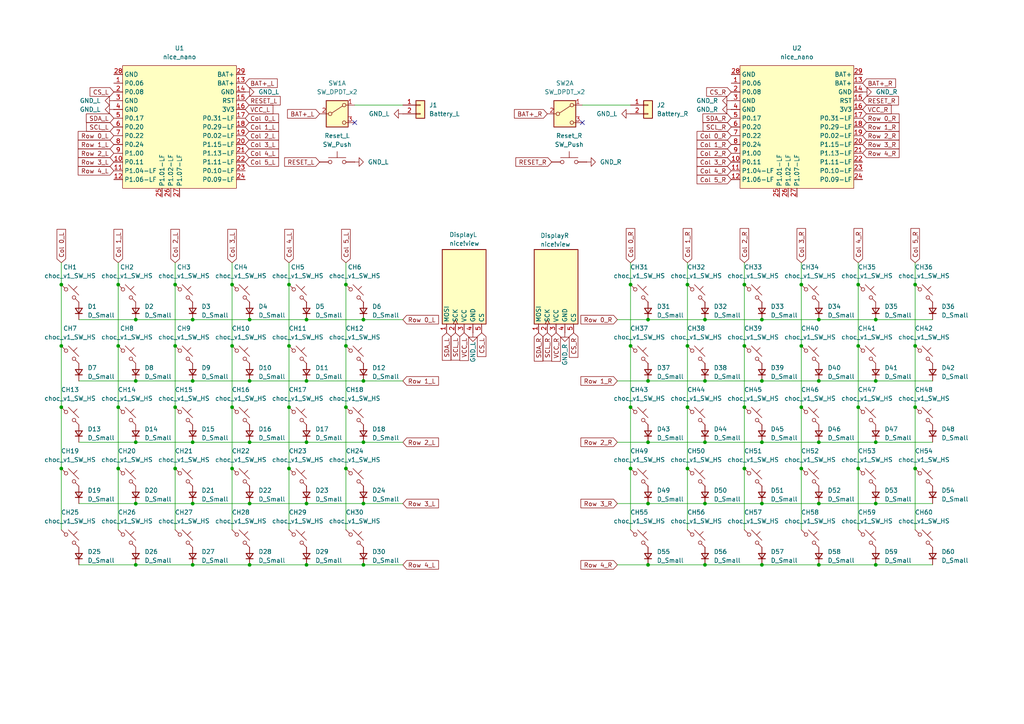
<source format=kicad_sch>
(kicad_sch (version 20231120) (generator "eeschema") (generator_version "8.0")
  (paper "A4")
  (junction (at 215.9 82.55))
  (junction (at 248.92 82.55))
  (junction (at 237.49 146.05))
  (junction (at 34.29 118.11))
  (junction (at 100.33 82.55))
  (junction (at 55.88 128.27))
  (junction (at 237.49 163.83))
  (junction (at 265.43 118.11))
  (junction (at 17.78 100.33))
  (junction (at 88.9 110.49))
  (junction (at 204.47 146.05))
  (junction (at 182.88 100.33))
  (junction (at 100.33 100.33))
  (junction (at 220.98 163.83))
  (junction (at 72.39 92.71))
  (junction (at 55.88 146.05))
  (junction (at 220.98 128.27))
  (junction (at 254 92.71))
  (junction (at 215.9 100.33))
  (junction (at 50.8 118.11))
  (junction (at 34.29 82.55))
  (junction (at 182.88 135.89))
  (junction (at 220.98 146.05))
  (junction (at 17.78 82.55))
  (junction (at 254 128.27))
  (junction (at 83.82 100.33))
  (junction (at 248.92 100.33))
  (junction (at 83.82 118.11))
  (junction (at 67.31 135.89))
  (junction (at 34.29 135.89))
  (junction (at 199.39 100.33))
  (junction (at 83.82 82.55))
  (junction (at 248.92 135.89))
  (junction (at 39.37 110.49))
  (junction (at 100.33 118.11))
  (junction (at 187.96 128.27))
  (junction (at 34.29 100.33))
  (junction (at 215.9 118.11))
  (junction (at 88.9 163.83))
  (junction (at 39.37 163.83))
  (junction (at 72.39 128.27))
  (junction (at 67.31 100.33))
  (junction (at 204.47 163.83))
  (junction (at 204.47 92.71))
  (junction (at 254 163.83))
  (junction (at 220.98 92.71))
  (junction (at 72.39 110.49))
  (junction (at 199.39 82.55))
  (junction (at 187.96 92.71))
  (junction (at 187.96 163.83))
  (junction (at 88.9 92.71))
  (junction (at 17.78 135.89))
  (junction (at 237.49 128.27))
  (junction (at 254 110.49))
  (junction (at 105.41 146.05))
  (junction (at 105.41 163.83))
  (junction (at 39.37 92.71))
  (junction (at 248.92 118.11))
  (junction (at 182.88 82.55))
  (junction (at 265.43 100.33))
  (junction (at 39.37 146.05))
  (junction (at 254 146.05))
  (junction (at 204.47 128.27))
  (junction (at 199.39 135.89))
  (junction (at 237.49 92.71))
  (junction (at 187.96 146.05))
  (junction (at 265.43 82.55))
  (junction (at 199.39 118.11))
  (junction (at 204.47 110.49))
  (junction (at 232.41 100.33))
  (junction (at 50.8 100.33))
  (junction (at 232.41 82.55))
  (junction (at 55.88 110.49))
  (junction (at 187.96 110.49))
  (junction (at 232.41 118.11))
  (junction (at 232.41 135.89))
  (junction (at 55.88 92.71))
  (junction (at 88.9 146.05))
  (junction (at 50.8 82.55))
  (junction (at 72.39 163.83))
  (junction (at 265.43 135.89))
  (junction (at 55.88 163.83))
  (junction (at 105.41 110.49))
  (junction (at 220.98 110.49))
  (junction (at 237.49 110.49))
  (junction (at 100.33 135.89))
  (junction (at 72.39 146.05))
  (junction (at 39.37 128.27))
  (junction (at 83.82 135.89))
  (junction (at 88.9 128.27))
  (junction (at 67.31 82.55))
  (junction (at 50.8 135.89))
  (junction (at 182.88 118.11))
  (junction (at 105.41 128.27))
  (junction (at 17.78 118.11))
  (junction (at 67.31 118.11))
  (junction (at 215.9 135.89))
  (junction (at 105.41 92.71))
  (no_connect (at 102.87 35.56))
  (no_connect (at 168.91 35.56))
  (wire (pts (xy 83.82 100.33) (xy 83.82 118.11)))
  (wire (pts (xy 204.47 163.83) (xy 220.98 163.83)))
  (wire (pts (xy 182.88 135.89) (xy 182.88 153.67)))
  (wire (pts (xy 17.78 135.89) (xy 17.78 153.67)))
  (wire (pts (xy 34.29 76.2) (xy 34.29 82.55)))
  (wire (pts (xy 215.9 118.11) (xy 215.9 135.89)))
  (wire (pts (xy 83.82 76.2) (xy 83.82 82.55)))
  (wire (pts (xy 22.86 92.71) (xy 39.37 92.71)))
  (wire (pts (xy 248.92 100.33) (xy 248.92 118.11)))
  (wire (pts (xy 215.9 100.33) (xy 215.9 118.11)))
  (wire (pts (xy 39.37 110.49) (xy 55.88 110.49)))
  (wire (pts (xy 100.33 100.33) (xy 100.33 118.11)))
  (wire (pts (xy 182.88 76.2) (xy 182.88 82.55)))
  (wire (pts (xy 100.33 76.2) (xy 100.33 82.55)))
  (wire (pts (xy 17.78 100.33) (xy 17.78 118.11)))
  (wire (pts (xy 248.92 118.11) (xy 248.92 135.89)))
  (wire (pts (xy 88.9 110.49) (xy 105.41 110.49)))
  (wire (pts (xy 83.82 118.11) (xy 83.82 135.89)))
  (wire (pts (xy 50.8 135.89) (xy 50.8 153.67)))
  (wire (pts (xy 179.07 128.27) (xy 187.96 128.27)))
  (wire (pts (xy 254 128.27) (xy 270.51 128.27)))
  (wire (pts (xy 237.49 110.49) (xy 254 110.49)))
  (wire (pts (xy 232.41 76.2) (xy 232.41 82.55)))
  (wire (pts (xy 88.9 128.27) (xy 105.41 128.27)))
  (wire (pts (xy 67.31 82.55) (xy 67.31 100.33)))
  (wire (pts (xy 220.98 92.71) (xy 237.49 92.71)))
  (wire (pts (xy 232.41 100.33) (xy 232.41 118.11)))
  (wire (pts (xy 179.07 146.05) (xy 187.96 146.05)))
  (wire (pts (xy 215.9 135.89) (xy 215.9 153.67)))
  (wire (pts (xy 237.49 128.27) (xy 254 128.27)))
  (wire (pts (xy 100.33 118.11) (xy 100.33 135.89)))
  (wire (pts (xy 237.49 163.83) (xy 254 163.83)))
  (wire (pts (xy 34.29 118.11) (xy 34.29 135.89)))
  (wire (pts (xy 254 110.49) (xy 270.51 110.49)))
  (wire (pts (xy 220.98 146.05) (xy 237.49 146.05)))
  (wire (pts (xy 220.98 128.27) (xy 237.49 128.27)))
  (wire (pts (xy 34.29 135.89) (xy 34.29 153.67)))
  (wire (pts (xy 102.87 30.48) (xy 116.84 30.48)))
  (wire (pts (xy 83.82 135.89) (xy 83.82 153.67)))
  (wire (pts (xy 72.39 92.71) (xy 88.9 92.71)))
  (wire (pts (xy 220.98 110.49) (xy 237.49 110.49)))
  (wire (pts (xy 187.96 110.49) (xy 204.47 110.49)))
  (wire (pts (xy 105.41 128.27) (xy 116.84 128.27)))
  (wire (pts (xy 179.07 110.49) (xy 187.96 110.49)))
  (wire (pts (xy 88.9 146.05) (xy 105.41 146.05)))
  (wire (pts (xy 265.43 76.2) (xy 265.43 82.55)))
  (wire (pts (xy 100.33 135.89) (xy 100.33 153.67)))
  (wire (pts (xy 248.92 82.55) (xy 248.92 100.33)))
  (wire (pts (xy 254 92.71) (xy 270.51 92.71)))
  (wire (pts (xy 50.8 76.2) (xy 50.8 82.55)))
  (wire (pts (xy 88.9 163.83) (xy 105.41 163.83)))
  (wire (pts (xy 55.88 92.71) (xy 72.39 92.71)))
  (wire (pts (xy 182.88 100.33) (xy 182.88 118.11)))
  (wire (pts (xy 220.98 163.83) (xy 237.49 163.83)))
  (wire (pts (xy 72.39 128.27) (xy 88.9 128.27)))
  (wire (pts (xy 39.37 92.71) (xy 55.88 92.71)))
  (wire (pts (xy 50.8 100.33) (xy 50.8 118.11)))
  (wire (pts (xy 215.9 82.55) (xy 215.9 100.33)))
  (wire (pts (xy 187.96 128.27) (xy 204.47 128.27)))
  (wire (pts (xy 168.91 30.48) (xy 182.88 30.48)))
  (wire (pts (xy 22.86 163.83) (xy 39.37 163.83)))
  (wire (pts (xy 72.39 110.49) (xy 88.9 110.49)))
  (wire (pts (xy 254 163.83) (xy 270.51 163.83)))
  (wire (pts (xy 22.86 128.27) (xy 39.37 128.27)))
  (wire (pts (xy 248.92 135.89) (xy 248.92 153.67)))
  (wire (pts (xy 105.41 146.05) (xy 116.84 146.05)))
  (wire (pts (xy 50.8 82.55) (xy 50.8 100.33)))
  (wire (pts (xy 55.88 163.83) (xy 72.39 163.83)))
  (wire (pts (xy 199.39 135.89) (xy 199.39 153.67)))
  (wire (pts (xy 67.31 76.2) (xy 67.31 82.55)))
  (wire (pts (xy 265.43 82.55) (xy 265.43 100.33)))
  (wire (pts (xy 187.96 92.71) (xy 204.47 92.71)))
  (wire (pts (xy 55.88 146.05) (xy 72.39 146.05)))
  (wire (pts (xy 199.39 82.55) (xy 199.39 100.33)))
  (wire (pts (xy 105.41 110.49) (xy 116.84 110.49)))
  (wire (pts (xy 17.78 76.2) (xy 17.78 82.55)))
  (wire (pts (xy 34.29 82.55) (xy 34.29 100.33)))
  (wire (pts (xy 237.49 146.05) (xy 254 146.05)))
  (wire (pts (xy 199.39 118.11) (xy 199.39 135.89)))
  (wire (pts (xy 182.88 82.55) (xy 182.88 100.33)))
  (wire (pts (xy 265.43 135.89) (xy 265.43 153.67)))
  (wire (pts (xy 204.47 146.05) (xy 220.98 146.05)))
  (wire (pts (xy 88.9 92.71) (xy 105.41 92.71)))
  (wire (pts (xy 34.29 100.33) (xy 34.29 118.11)))
  (wire (pts (xy 72.39 163.83) (xy 88.9 163.83)))
  (wire (pts (xy 72.39 146.05) (xy 88.9 146.05)))
  (wire (pts (xy 39.37 146.05) (xy 55.88 146.05)))
  (wire (pts (xy 22.86 110.49) (xy 39.37 110.49)))
  (wire (pts (xy 39.37 128.27) (xy 55.88 128.27)))
  (wire (pts (xy 265.43 100.33) (xy 265.43 118.11)))
  (wire (pts (xy 67.31 118.11) (xy 67.31 135.89)))
  (wire (pts (xy 22.86 146.05) (xy 39.37 146.05)))
  (wire (pts (xy 67.31 135.89) (xy 67.31 153.67)))
  (wire (pts (xy 237.49 92.71) (xy 254 92.71)))
  (wire (pts (xy 204.47 110.49) (xy 220.98 110.49)))
  (wire (pts (xy 248.92 76.2) (xy 248.92 82.55)))
  (wire (pts (xy 187.96 146.05) (xy 204.47 146.05)))
  (wire (pts (xy 199.39 100.33) (xy 199.39 118.11)))
  (wire (pts (xy 105.41 92.71) (xy 116.84 92.71)))
  (wire (pts (xy 232.41 82.55) (xy 232.41 100.33)))
  (wire (pts (xy 179.07 163.83) (xy 187.96 163.83)))
  (wire (pts (xy 67.31 100.33) (xy 67.31 118.11)))
  (wire (pts (xy 182.88 118.11) (xy 182.88 135.89)))
  (wire (pts (xy 265.43 118.11) (xy 265.43 135.89)))
  (wire (pts (xy 17.78 82.55) (xy 17.78 100.33)))
  (wire (pts (xy 187.96 163.83) (xy 204.47 163.83)))
  (wire (pts (xy 39.37 163.83) (xy 55.88 163.83)))
  (wire (pts (xy 50.8 118.11) (xy 50.8 135.89)))
  (wire (pts (xy 215.9 76.2) (xy 215.9 82.55)))
  (wire (pts (xy 17.78 118.11) (xy 17.78 135.89)))
  (wire (pts (xy 232.41 135.89) (xy 232.41 153.67)))
  (wire (pts (xy 199.39 76.2) (xy 199.39 82.55)))
  (wire (pts (xy 105.41 163.83) (xy 116.84 163.83)))
  (wire (pts (xy 100.33 82.55) (xy 100.33 100.33)))
  (wire (pts (xy 204.47 128.27) (xy 220.98 128.27)))
  (wire (pts (xy 179.07 92.71) (xy 187.96 92.71)))
  (wire (pts (xy 83.82 82.55) (xy 83.82 100.33)))
  (wire (pts (xy 55.88 128.27) (xy 72.39 128.27)))
  (wire (pts (xy 254 146.05) (xy 270.51 146.05)))
  (wire (pts (xy 232.41 118.11) (xy 232.41 135.89)))
  (wire (pts (xy 204.47 92.71) (xy 220.98 92.71)))
  (wire (pts (xy 55.88 110.49) (xy 72.39 110.49)))
  (global_label "Col 3_L" (shape input) (at 71.12 41.91 0) (property "Intersheetrefs" "${INTERSHEET_REFS}" (effects (hide yes))))
  (global_label "Row 2_R" (shape input) (at 179.07 128.27 180) (property "Intersheetrefs" "${INTERSHEET_REFS}" (effects (hide yes))))
  (global_label "Row 3_L" (shape input) (at 33.02 46.99 180) (property "Intersheetrefs" "${INTERSHEET_REFS}" (effects (hide yes))))
  (global_label "Col 0_R" (shape input) (at 212.09 39.37 180) (property "Intersheetrefs" "${INTERSHEET_REFS}" (effects (hide yes))))
  (global_label "Col 1_R" (shape input) (at 199.39 76.2 90) (property "Intersheetrefs" "${INTERSHEET_REFS}" (effects (hide yes))))
  (global_label "CS_L" (shape input) (at 33.02 26.67 180) (property "Intersheetrefs" "${INTERSHEET_REFS}" (effects (hide yes))))
  (global_label "Row 0_L" (shape input) (at 33.02 39.37 180) (property "Intersheetrefs" "${INTERSHEET_REFS}" (effects (hide yes))))
  (global_label "Col 5_L" (shape input) (at 71.12 46.99 0) (property "Intersheetrefs" "${INTERSHEET_REFS}" (effects (hide yes))))
  (global_label "Row 1_R" (shape input) (at 250.19 36.83 0) (property "Intersheetrefs" "${INTERSHEET_REFS}" (effects (hide yes))))
  (global_label "BAT+_L" (shape input) (at 71.12 24.13 0) (property "Intersheetrefs" "${INTERSHEET_REFS}" (effects (hide yes))))
  (global_label "Col 4_R" (shape input) (at 248.92 76.2 90) (property "Intersheetrefs" "${INTERSHEET_REFS}" (effects (hide yes))))
  (global_label "Row 4_L" (shape input) (at 116.84 163.83 0) (property "Intersheetrefs" "${INTERSHEET_REFS}" (effects (hide yes))))
  (global_label "Col 5_R" (shape input) (at 212.09 52.07 180) (property "Intersheetrefs" "${INTERSHEET_REFS}" (effects (hide yes))))
  (global_label "Col 3_R" (shape input) (at 212.09 46.99 180) (property "Intersheetrefs" "${INTERSHEET_REFS}" (effects (hide yes))))
  (global_label "Col 0_L" (shape input) (at 17.78 76.2 90) (property "Intersheetrefs" "${INTERSHEET_REFS}" (effects (hide yes))))
  (global_label "Row 2_L" (shape input) (at 116.84 128.27 0) (property "Intersheetrefs" "${INTERSHEET_REFS}" (effects (hide yes))))
  (global_label "Col 1_R" (shape input) (at 212.09 41.91 180) (property "Intersheetrefs" "${INTERSHEET_REFS}" (effects (hide yes))))
  (global_label "CS_L" (shape input) (at 139.7 96.52 270) (property "Intersheetrefs" "${INTERSHEET_REFS}" (effects (hide yes))))
  (global_label "Col 2_L" (shape input) (at 50.8 76.2 90) (property "Intersheetrefs" "${INTERSHEET_REFS}" (effects (hide yes))))
  (global_label "SCL_R" (shape input) (at 158.75 96.52 270) (property "Intersheetrefs" "${INTERSHEET_REFS}" (effects (hide yes))))
  (global_label "CS_R" (shape input) (at 212.09 26.67 180) (property "Intersheetrefs" "${INTERSHEET_REFS}" (effects (hide yes))))
  (global_label "Col 5_L" (shape input) (at 100.33 76.2 90) (property "Intersheetrefs" "${INTERSHEET_REFS}" (effects (hide yes))))
  (global_label "Row 1_L" (shape input) (at 116.84 110.49 0) (property "Intersheetrefs" "${INTERSHEET_REFS}" (effects (hide yes))))
  (global_label "SDA_R" (shape input) (at 212.09 34.29 180) (property "Intersheetrefs" "${INTERSHEET_REFS}" (effects (hide yes))))
  (global_label "Col 0_R" (shape input) (at 182.88 76.2 90) (property "Intersheetrefs" "${INTERSHEET_REFS}" (effects (hide yes))))
  (global_label "Col 3_L" (shape input) (at 67.31 76.2 90) (property "Intersheetrefs" "${INTERSHEET_REFS}" (effects (hide yes))))
  (global_label "Col 4_L" (shape input) (at 83.82 76.2 90) (property "Intersheetrefs" "${INTERSHEET_REFS}" (effects (hide yes))))
  (global_label "Col 4_R" (shape input) (at 212.09 49.53 180) (property "Intersheetrefs" "${INTERSHEET_REFS}" (effects (hide yes))))
  (global_label "Row 1_L" (shape input) (at 33.02 41.91 180) (property "Intersheetrefs" "${INTERSHEET_REFS}" (effects (hide yes))))
  (global_label "CS_R" (shape input) (at 166.37 96.52 270) (property "Intersheetrefs" "${INTERSHEET_REFS}" (effects (hide yes))))
  (global_label "Row 1_R" (shape input) (at 179.07 110.49 180) (property "Intersheetrefs" "${INTERSHEET_REFS}" (effects (hide yes))))
  (global_label "SCL_R" (shape input) (at 212.09 36.83 180) (property "Intersheetrefs" "${INTERSHEET_REFS}" (effects (hide yes))))
  (global_label "VCC_L" (shape input) (at 71.12 31.75 0) (property "Intersheetrefs" "${INTERSHEET_REFS}" (effects (hide yes))))
  (global_label "Col 2_R" (shape input) (at 212.09 44.45 180) (property "Intersheetrefs" "${INTERSHEET_REFS}" (effects (hide yes))))
  (global_label "RESET_L" (shape input) (at 92.71 46.99 180) (property "Intersheetrefs" "${INTERSHEET_REFS}" (effects (hide yes))))
  (global_label "Row 4_R" (shape input) (at 179.07 163.83 180) (property "Intersheetrefs" "${INTERSHEET_REFS}" (effects (hide yes))))
  (global_label "VCC_R" (shape input) (at 250.19 31.75 0) (property "Intersheetrefs" "${INTERSHEET_REFS}" (effects (hide yes))))
  (global_label "Row 3_R" (shape input) (at 250.19 41.91 0) (property "Intersheetrefs" "${INTERSHEET_REFS}" (effects (hide yes))))
  (global_label "BAT+_L" (shape input) (at 92.71 33.02 180) (property "Intersheetrefs" "${INTERSHEET_REFS}" (effects (hide yes))))
  (global_label "Col 0_L" (shape input) (at 71.12 34.29 0) (property "Intersheetrefs" "${INTERSHEET_REFS}" (effects (hide yes))))
  (global_label "Row 0_R" (shape input) (at 250.19 34.29 0) (property "Intersheetrefs" "${INTERSHEET_REFS}" (effects (hide yes))))
  (global_label "SCL_L" (shape input) (at 132.08 96.52 270) (property "Intersheetrefs" "${INTERSHEET_REFS}" (effects (hide yes))))
  (global_label "SDA_L" (shape input) (at 33.02 34.29 180) (property "Intersheetrefs" "${INTERSHEET_REFS}" (effects (hide yes))))
  (global_label "VCC_R" (shape input) (at 161.29 96.52 270) (property "Intersheetrefs" "${INTERSHEET_REFS}" (effects (hide yes))))
  (global_label "Col 5_R" (shape input) (at 265.43 76.2 90) (property "Intersheetrefs" "${INTERSHEET_REFS}" (effects (hide yes))))
  (global_label "Col 2_L" (shape input) (at 71.12 39.37 0) (property "Intersheetrefs" "${INTERSHEET_REFS}" (effects (hide yes))))
  (global_label "RESET_R" (shape input) (at 160.02 46.99 180) (property "Intersheetrefs" "${INTERSHEET_REFS}" (effects (hide yes))))
  (global_label "Row 3_R" (shape input) (at 179.07 146.05 180) (property "Intersheetrefs" "${INTERSHEET_REFS}" (effects (hide yes))))
  (global_label "Row 0_L" (shape input) (at 116.84 92.71 0) (property "Intersheetrefs" "${INTERSHEET_REFS}" (effects (hide yes))))
  (global_label "SDA_L" (shape input) (at 129.54 96.52 270) (property "Intersheetrefs" "${INTERSHEET_REFS}" (effects (hide yes))))
  (global_label "SDA_R" (shape input) (at 156.21 96.52 270) (property "Intersheetrefs" "${INTERSHEET_REFS}" (effects (hide yes))))
  (global_label "Row 3_L" (shape input) (at 116.84 146.05 0) (property "Intersheetrefs" "${INTERSHEET_REFS}" (effects (hide yes))))
  (global_label "Row 4_L" (shape input) (at 33.02 49.53 180) (property "Intersheetrefs" "${INTERSHEET_REFS}" (effects (hide yes))))
  (global_label "VCC_L" (shape input) (at 134.62 96.52 270) (property "Intersheetrefs" "${INTERSHEET_REFS}" (effects (hide yes))))
  (global_label "SCL_L" (shape input) (at 33.02 36.83 180) (property "Intersheetrefs" "${INTERSHEET_REFS}" (effects (hide yes))))
  (global_label "BAT+_R" (shape input) (at 158.75 33.02 180) (property "Intersheetrefs" "${INTERSHEET_REFS}" (effects (hide yes))))
  (global_label "Col 2_R" (shape input) (at 215.9 76.2 90) (property "Intersheetrefs" "${INTERSHEET_REFS}" (effects (hide yes))))
  (global_label "Row 0_R" (shape input) (at 179.07 92.71 180) (property "Intersheetrefs" "${INTERSHEET_REFS}" (effects (hide yes))))
  (global_label "Col 1_L" (shape input) (at 71.12 36.83 0) (property "Intersheetrefs" "${INTERSHEET_REFS}" (effects (hide yes))))
  (global_label "Row 2_L" (shape input) (at 33.02 44.45 180) (property "Intersheetrefs" "${INTERSHEET_REFS}" (effects (hide yes))))
  (global_label "BAT+_R" (shape input) (at 250.19 24.13 0) (property "Intersheetrefs" "${INTERSHEET_REFS}" (effects (hide yes))))
  (global_label "Row 4_R" (shape input) (at 250.19 44.45 0) (property "Intersheetrefs" "${INTERSHEET_REFS}" (effects (hide yes))))
  (global_label "Col 1_L" (shape input) (at 34.29 76.2 90) (property "Intersheetrefs" "${INTERSHEET_REFS}" (effects (hide yes))))
  (global_label "RESET_L" (shape input) (at 71.12 29.21 0) (property "Intersheetrefs" "${INTERSHEET_REFS}" (effects (hide yes))))
  (global_label "Col 3_R" (shape input) (at 232.41 76.2 90) (property "Intersheetrefs" "${INTERSHEET_REFS}" (effects (hide yes))))
  (global_label "RESET_R" (shape input) (at 250.19 29.21 0) (property "Intersheetrefs" "${INTERSHEET_REFS}" (effects (hide yes))))
  (global_label "Col 4_L" (shape input) (at 71.12 44.45 0) (property "Intersheetrefs" "${INTERSHEET_REFS}" (effects (hide yes))))
  (global_label "Row 2_R" (shape input) (at 250.19 39.37 0) (property "Intersheetrefs" "${INTERSHEET_REFS}" (effects (hide yes))))
  (symbol (lib_id "Device:D_Small") (at 105.41 90.17 90) (unit 1)
    (property "Reference" "D6" (at 107.95 88.8999 90) (effects (justify right)))
    (property "Value" "D_Small" (at 107.95 91.4399 90) (effects (justify right)))
    (property "Description" "Diode, small symbol" (effects (hide yes)))
    (property "Sim.Device" "D" (effects (hide yes)))
    (property "Sim.Pins" "1=K 2=A" (effects (hide yes)))
  )
  (symbol (lib_id "Device:D_Small") (at 220.98 125.73 90) (unit 1)
    (property "Reference" "D45" (at 223.52 124.4599 90) (effects (justify right)))
    (property "Value" "D_Small" (at 223.52 126.9999 90) (effects (justify right)))
    (property "Description" "Diode, small symbol" (effects (hide yes)))
    (property "Sim.Device" "D" (effects (hide yes)))
    (property "Sim.Pins" "1=K 2=A" (effects (hide yes)))
  )
  (symbol (lib_id "PCM_marbastlib-choc:choc_v1_SW_HS_CPG135001S30") (at 102.87 102.87 0) (unit 1)
    (property "Reference" "CH12" (at 102.87 95.25 0))
    (property "Value" "choc_v1_SW_HS" (at 102.87 97.79 0))
    (property "Footprint" "PCM_marbastlib-choc:SW_choc_v1_HS_CPG135001S30_1u" (effects (hide yes)))
    (property "Description" "Push button switch, normally open, two pins, 45° tilted" (effects (hide yes)))
  )
  (symbol (lib_id "Device:D_Small") (at 187.96 125.73 90) (unit 1)
    (property "Reference" "D43" (at 190.5 124.4599 90) (effects (justify right)))
    (property "Value" "D_Small" (at 190.5 126.9999 90) (effects (justify right)))
    (property "Description" "Diode, small symbol" (effects (hide yes)))
    (property "Sim.Device" "D" (effects (hide yes)))
    (property "Sim.Pins" "1=K 2=A" (effects (hide yes)))
  )
  (symbol (lib_id "Device:D_Small") (at 88.9 125.73 90) (unit 1)
    (property "Reference" "D17" (at 91.44 124.4599 90) (effects (justify right)))
    (property "Value" "D_Small" (at 91.44 126.9999 90) (effects (justify right)))
    (property "Description" "Diode, small symbol" (effects (hide yes)))
    (property "Sim.Device" "D" (effects (hide yes)))
    (property "Sim.Pins" "1=K 2=A" (effects (hide yes)))
  )
  (symbol (lib_id "PCM_marbastlib-choc:choc_v1_SW_HS_CPG135001S30") (at 218.44 156.21 0) (unit 1)
    (property "Reference" "CH57" (at 218.44 148.59 0))
    (property "Value" "choc_v1_SW_HS" (at 218.44 151.13 0))
    (property "Footprint" "PCM_marbastlib-choc:SW_choc_v1_HS_CPG135001S30_1u" (effects (hide yes)))
    (property "Description" "Push button switch, normally open, two pins, 45° tilted" (effects (hide yes)))
  )
  (symbol (lib_id "PCM_marbastlib-choc:choc_v1_SW_HS_CPG135001S30") (at 36.83 138.43 0) (unit 1)
    (property "Reference" "CH20" (at 36.83 130.81 0))
    (property "Value" "choc_v1_SW_HS" (at 36.83 133.35 0))
    (property "Footprint" "PCM_marbastlib-choc:SW_choc_v1_HS_CPG135001S30_1u" (effects (hide yes)))
    (property "Description" "Push button switch, normally open, two pins, 45° tilted" (effects (hide yes)))
  )
  (symbol (lib_id "PCM_marbastlib-choc:choc_v1_SW_HS_CPG135001S30") (at 201.93 85.09 0) (unit 1)
    (property "Reference" "CH32" (at 201.93 77.47 0))
    (property "Value" "choc_v1_SW_HS" (at 201.93 80.01 0))
    (property "Footprint" "PCM_marbastlib-choc:SW_choc_v1_HS_CPG135001S30_1u" (effects (hide yes)))
    (property "Description" "Push button switch, normally open, two pins, 45° tilted" (effects (hide yes)))
  )
  (symbol (lib_id "Device:D_Small") (at 187.96 143.51 90) (unit 1)
    (property "Reference" "D49" (at 190.5 142.2399 90) (effects (justify right)))
    (property "Value" "D_Small" (at 190.5 144.7799 90) (effects (justify right)))
    (property "Description" "Diode, small symbol" (effects (hide yes)))
    (property "Sim.Device" "D" (effects (hide yes)))
    (property "Sim.Pins" "1=K 2=A" (effects (hide yes)))
  )
  (symbol (lib_id "Device:D_Small") (at 22.86 107.95 90) (unit 1)
    (property "Reference" "D7" (at 25.4 106.6799 90) (effects (justify right)))
    (property "Value" "D_Small" (at 25.4 109.2199 90) (effects (justify right)))
    (property "Description" "Diode, small symbol" (effects (hide yes)))
    (property "Sim.Device" "D" (effects (hide yes)))
    (property "Sim.Pins" "1=K 2=A" (effects (hide yes)))
  )
  (symbol (lib_id "Device:D_Small") (at 39.37 125.73 90) (unit 1)
    (property "Reference" "D14" (at 41.91 124.4599 90) (effects (justify right)))
    (property "Value" "D_Small" (at 41.91 126.9999 90) (effects (justify right)))
    (property "Description" "Diode, small symbol" (effects (hide yes)))
    (property "Sim.Device" "D" (effects (hide yes)))
    (property "Sim.Pins" "1=K 2=A" (effects (hide yes)))
  )
  (symbol (lib_id "PCM_marbastlib-choc:choc_v1_SW_HS_CPG135001S30") (at 69.85 85.09 0) (unit 1)
    (property "Reference" "CH4" (at 69.85 77.47 0))
    (property "Value" "choc_v1_SW_HS" (at 69.85 80.01 0))
    (property "Footprint" "PCM_marbastlib-choc:SW_choc_v1_HS_CPG135001S30_1u" (effects (hide yes)))
    (property "Description" "Push button switch, normally open, two pins, 45° tilted" (effects (hide yes)))
  )
  (symbol (lib_id "nice_view:nice!view") (at 161.29 83.82 0) (unit 1)
    (property "Reference" "DisplayR" (at 156.718 68.326 0) (effects (justify left)))
    (property "Value" "nice!view" (at 156.718 70.866 0) (effects (justify left)))
    (property "Footprint" "nice_view:nice_view" (effects (hide yes)))
    (property "Datasheet" "https://nicekeyboards.com/docs/nice-view/pinout-schematic" (effects (hide yes)))
    (property "Description" "Sharp LS011B7DH03 Memory in Pixel 160x68" (effects (hide yes)))
  )
  (symbol (lib_id "Device:D_Small") (at 105.41 161.29 90) (unit 1)
    (property "Reference" "D30" (at 107.95 160.0199 90) (effects (justify right)))
    (property "Value" "D_Small" (at 107.95 162.5599 90) (effects (justify right)))
    (property "Description" "Diode, small symbol" (effects (hide yes)))
    (property "Sim.Device" "D" (effects (hide yes)))
    (property "Sim.Pins" "1=K 2=A" (effects (hide yes)))
  )
  (symbol (lib_id "PCM_marbastlib-choc:choc_v1_SW_HS_CPG135001S30") (at 267.97 102.87 0) (unit 1)
    (property "Reference" "CH42" (at 267.97 95.25 0))
    (property "Value" "choc_v1_SW_HS" (at 267.97 97.79 0))
    (property "Footprint" "PCM_marbastlib-choc:SW_choc_v1_HS_CPG135001S30_1u" (effects (hide yes)))
    (property "Description" "Push button switch, normally open, two pins, 45° tilted" (effects (hide yes)))
  )
  (symbol (lib_id "PCM_marbastlib-choc:choc_v1_SW_HS_CPG135001S30") (at 267.97 120.65 0) (unit 1)
    (property "Reference" "CH48" (at 267.97 113.03 0))
    (property "Value" "choc_v1_SW_HS" (at 267.97 115.57 0))
    (property "Footprint" "PCM_marbastlib-choc:SW_choc_v1_HS_CPG135001S30_1u" (effects (hide yes)))
    (property "Description" "Push button switch, normally open, two pins, 45° tilted" (effects (hide yes)))
  )
  (symbol (lib_id "Device:D_Small") (at 220.98 161.29 90) (unit 1)
    (property "Reference" "D57" (at 223.52 160.0199 90) (effects (justify right)))
    (property "Value" "D_Small" (at 223.52 162.5599 90) (effects (justify right)))
    (property "Description" "Diode, small symbol" (effects (hide yes)))
    (property "Sim.Device" "D" (effects (hide yes)))
    (property "Sim.Pins" "1=K 2=A" (effects (hide yes)))
  )
  (symbol (lib_id "Device:D_Small") (at 55.88 107.95 90) (unit 1)
    (property "Reference" "D9" (at 58.42 106.6799 90) (effects (justify right)))
    (property "Value" "D_Small" (at 58.42 109.2199 90) (effects (justify right)))
    (property "Description" "Diode, small symbol" (effects (hide yes)))
    (property "Sim.Device" "D" (effects (hide yes)))
    (property "Sim.Pins" "1=K 2=A" (effects (hide yes)))
  )
  (symbol (lib_id "Device:D_Small") (at 254 125.73 90) (unit 1)
    (property "Reference" "D47" (at 256.54 124.4599 90) (effects (justify right)))
    (property "Value" "D_Small" (at 256.54 126.9999 90) (effects (justify right)))
    (property "Description" "Diode, small symbol" (effects (hide yes)))
    (property "Sim.Device" "D" (effects (hide yes)))
    (property "Sim.Pins" "1=K 2=A" (effects (hide yes)))
  )
  (symbol (lib_id "PCM_marbastlib-choc:choc_v1_SW_HS_CPG135001S30") (at 251.46 102.87 0) (unit 1)
    (property "Reference" "CH41" (at 251.46 95.25 0))
    (property "Value" "choc_v1_SW_HS" (at 251.46 97.79 0))
    (property "Footprint" "PCM_marbastlib-choc:SW_choc_v1_HS_CPG135001S30_1u" (effects (hide yes)))
    (property "Description" "Push button switch, normally open, two pins, 45° tilted" (effects (hide yes)))
  )
  (symbol (lib_id "PCM_marbastlib-choc:choc_v1_SW_HS_CPG135001S30") (at 69.85 138.43 0) (unit 1)
    (property "Reference" "CH22" (at 69.85 130.81 0))
    (property "Value" "choc_v1_SW_HS" (at 69.85 133.35 0))
    (property "Footprint" "PCM_marbastlib-choc:SW_choc_v1_HS_CPG135001S30_1u" (effects (hide yes)))
    (property "Description" "Push button switch, normally open, two pins, 45° tilted" (effects (hide yes)))
  )
  (symbol (lib_id "Device:D_Small") (at 88.9 107.95 90) (unit 1)
    (property "Reference" "D11" (at 91.44 106.6799 90) (effects (justify right)))
    (property "Value" "D_Small" (at 91.44 109.2199 90) (effects (justify right)))
    (property "Description" "Diode, small symbol" (effects (hide yes)))
    (property "Sim.Device" "D" (effects (hide yes)))
    (property "Sim.Pins" "1=K 2=A" (effects (hide yes)))
  )
  (symbol (lib_id "PCM_marbastlib-choc:choc_v1_SW_HS_CPG135001S30") (at 20.32 85.09 0) (unit 1)
    (property "Reference" "CH1" (at 20.32 77.47 0))
    (property "Value" "choc_v1_SW_HS" (at 20.32 80.01 0))
    (property "Footprint" "PCM_marbastlib-choc:SW_choc_v1_HS_CPG135001S30_1u" (effects (hide yes)))
    (property "Description" "Push button switch, normally open, two pins, 45° tilted" (effects (hide yes)))
  )
  (symbol (lib_id "PCM_marbastlib-choc:choc_v1_SW_HS_CPG135001S30") (at 234.95 102.87 0) (unit 1)
    (property "Reference" "CH40" (at 234.95 95.25 0))
    (property "Value" "choc_v1_SW_HS" (at 234.95 97.79 0))
    (property "Footprint" "PCM_marbastlib-choc:SW_choc_v1_HS_CPG135001S30_1u" (effects (hide yes)))
    (property "Description" "Push button switch, normally open, two pins, 45° tilted" (effects (hide yes)))
  )
  (symbol (lib_id "power:GND") (at 116.84 33.02 270) (unit 1)
    (property "Reference" "#PWR07" (effects (hide yes)))
    (property "Value" "GND_L" (at 113.03 33.0199 90) (effects (justify right)))
    (property "Description" "Power symbol creates a global label with name \"GND\" , ground" (effects (hide yes)))
  )
  (symbol (lib_id "Device:D_Small") (at 39.37 143.51 90) (unit 1)
    (property "Reference" "D20" (at 41.91 142.2399 90) (effects (justify right)))
    (property "Value" "D_Small" (at 41.91 144.7799 90) (effects (justify right)))
    (property "Description" "Diode, small symbol" (effects (hide yes)))
    (property "Sim.Device" "D" (effects (hide yes)))
    (property "Sim.Pins" "1=K 2=A" (effects (hide yes)))
  )
  (symbol (lib_id "PCM_marbastlib-choc:choc_v1_SW_HS_CPG135001S30") (at 185.42 120.65 0) (unit 1)
    (property "Reference" "CH43" (at 185.42 113.03 0))
    (property "Value" "choc_v1_SW_HS" (at 185.42 115.57 0))
    (property "Footprint" "PCM_marbastlib-choc:SW_choc_v1_HS_CPG135001S30_1u" (effects (hide yes)))
    (property "Description" "Push button switch, normally open, two pins, 45° tilted" (effects (hide yes)))
  )
  (symbol (lib_id "PCM_marbastlib-choc:choc_v1_SW_HS_CPG135001S30") (at 185.42 138.43 0) (unit 1)
    (property "Reference" "CH49" (at 185.42 130.81 0))
    (property "Value" "choc_v1_SW_HS" (at 185.42 133.35 0))
    (property "Footprint" "PCM_marbastlib-choc:SW_choc_v1_HS_CPG135001S30_1u" (effects (hide yes)))
    (property "Description" "Push button switch, normally open, two pins, 45° tilted" (effects (hide yes)))
  )
  (symbol (lib_id "PCM_marbastlib-choc:choc_v1_SW_HS_CPG135001S30") (at 86.36 156.21 0) (unit 1)
    (property "Reference" "CH29" (at 86.36 148.59 0))
    (property "Value" "choc_v1_SW_HS" (at 86.36 151.13 0))
    (property "Footprint" "PCM_marbastlib-choc:SW_choc_v1_HS_CPG135001S30_1u" (effects (hide yes)))
    (property "Description" "Push button switch, normally open, two pins, 45° tilted" (effects (hide yes)))
  )
  (symbol (lib_id "Switch:SW_Push") (at 165.1 46.99 0) (unit 1)
    (property "Reference" "Reset_R" (at 165.1 39.37 0))
    (property "Value" "SW_Push" (at 165.1 41.91 0))
    (property "Description" "Push button switch, generic, two pins" (effects (hide yes)))
  )
  (symbol (lib_id "PCM_marbastlib-choc:choc_v1_SW_HS_CPG135001S30") (at 201.93 102.87 0) (unit 1)
    (property "Reference" "CH38" (at 201.93 95.25 0))
    (property "Value" "choc_v1_SW_HS" (at 201.93 97.79 0))
    (property "Footprint" "PCM_marbastlib-choc:SW_choc_v1_HS_CPG135001S30_1u" (effects (hide yes)))
    (property "Description" "Push button switch, normally open, two pins, 45° tilted" (effects (hide yes)))
  )
  (symbol (lib_id "Device:D_Small") (at 55.88 125.73 90) (unit 1)
    (property "Reference" "D15" (at 58.42 124.4599 90) (effects (justify right)))
    (property "Value" "D_Small" (at 58.42 126.9999 90) (effects (justify right)))
    (property "Description" "Diode, small symbol" (effects (hide yes)))
    (property "Sim.Device" "D" (effects (hide yes)))
    (property "Sim.Pins" "1=K 2=A" (effects (hide yes)))
  )
  (symbol (lib_id "PCM_marbastlib-choc:choc_v1_SW_HS_CPG135001S30") (at 267.97 85.09 0) (unit 1)
    (property "Reference" "CH36" (at 267.97 77.47 0))
    (property "Value" "choc_v1_SW_HS" (at 267.97 80.01 0))
    (property "Footprint" "PCM_marbastlib-choc:SW_choc_v1_HS_CPG135001S30_1u" (effects (hide yes)))
    (property "Description" "Push button switch, normally open, two pins, 45° tilted" (effects (hide yes)))
  )
  (symbol (lib_id "PCM_marbastlib-choc:choc_v1_SW_HS_CPG135001S30") (at 102.87 156.21 0) (unit 1)
    (property "Reference" "CH30" (at 102.87 148.59 0))
    (property "Value" "choc_v1_SW_HS" (at 102.87 151.13 0))
    (property "Footprint" "PCM_marbastlib-choc:SW_choc_v1_HS_CPG135001S30_1u" (effects (hide yes)))
    (property "Description" "Push button switch, normally open, two pins, 45° tilted" (effects (hide yes)))
  )
  (symbol (lib_id "PCM_marbastlib-promicroish:nice_nano") (at 231.14 38.1 0) (unit 1) (in_bom no)
    (property "Reference" "U2" (at 231.14 13.97 0))
    (property "Value" "nice_nano" (at 231.14 16.51 0))
    (property "Footprint" "PCM_marbastlib-xp-promicroish:nice_nano_AH_USBup" (effects (hide yes)))
    (property "Datasheet" "https://nicekeyboards.com/docs/nice-nano/pinout-schematic" (effects (hide yes)))
    (property "Description" "Symbol for an nicekeyboards nice!nano" (effects (hide yes)))
  )
  (symbol (lib_id "Device:D_Small") (at 254 107.95 90) (unit 1)
    (property "Reference" "D41" (at 256.54 106.6799 90) (effects (justify right)))
    (property "Value" "D_Small" (at 256.54 109.2199 90) (effects (justify right)))
    (property "Description" "Diode, small symbol" (effects (hide yes)))
    (property "Sim.Device" "D" (effects (hide yes)))
    (property "Sim.Pins" "1=K 2=A" (effects (hide yes)))
  )
  (symbol (lib_id "power:GND") (at 170.18 46.99 90) (unit 1)
    (property "Reference" "#PWR09" (effects (hide yes)))
    (property "Value" "GND_R" (at 173.99 46.9899 90) (effects (justify right)))
    (property "Description" "Power symbol creates a global label with name \"GND\" , ground" (effects (hide yes)))
  )
  (symbol (lib_id "Device:D_Small") (at 187.96 107.95 90) (unit 1)
    (property "Reference" "D37" (at 190.5 106.6799 90) (effects (justify right)))
    (property "Value" "D_Small" (at 190.5 109.2199 90) (effects (justify right)))
    (property "Description" "Diode, small symbol" (effects (hide yes)))
    (property "Sim.Device" "D" (effects (hide yes)))
    (property "Sim.Pins" "1=K 2=A" (effects (hide yes)))
  )
  (symbol (lib_id "Device:D_Small") (at 72.39 107.95 90) (unit 1)
    (property "Reference" "D10" (at 74.93 106.6799 90) (effects (justify right)))
    (property "Value" "D_Small" (at 74.93 109.2199 90) (effects (justify right)))
    (property "Description" "Diode, small symbol" (effects (hide yes)))
    (property "Sim.Device" "D" (effects (hide yes)))
    (property "Sim.Pins" "1=K 2=A" (effects (hide yes)))
  )
  (symbol (lib_id "Device:D_Small") (at 22.86 90.17 90) (unit 1)
    (property "Reference" "D1" (at 25.4 88.8999 90) (effects (justify right)))
    (property "Value" "D_Small" (at 25.4 91.4399 90) (effects (justify right)))
    (property "Description" "Diode, small symbol" (effects (hide yes)))
    (property "Sim.Device" "D" (effects (hide yes)))
    (property "Sim.Pins" "1=K 2=A" (effects (hide yes)))
  )
  (symbol (lib_id "PCM_marbastlib-choc:choc_v1_SW_HS_CPG135001S30") (at 102.87 85.09 0) (unit 1)
    (property "Reference" "CH6" (at 102.87 77.47 0))
    (property "Value" "choc_v1_SW_HS" (at 102.87 80.01 0))
    (property "Footprint" "PCM_marbastlib-choc:SW_choc_v1_HS_CPG135001S30_1u" (effects (hide yes)))
    (property "Description" "Push button switch, normally open, two pins, 45° tilted" (effects (hide yes)))
  )
  (symbol (lib_id "PCM_marbastlib-choc:choc_v1_SW_HS_CPG135001S30") (at 20.32 138.43 0) (unit 1)
    (property "Reference" "CH19" (at 20.32 130.81 0))
    (property "Value" "choc_v1_SW_HS" (at 20.32 133.35 0))
    (property "Footprint" "PCM_marbastlib-choc:SW_choc_v1_HS_CPG135001S30_1u" (effects (hide yes)))
    (property "Description" "Push button switch, normally open, two pins, 45° tilted" (effects (hide yes)))
  )
  (symbol (lib_id "Device:D_Small") (at 39.37 107.95 90) (unit 1)
    (property "Reference" "D8" (at 41.91 106.6799 90) (effects (justify right)))
    (property "Value" "D_Small" (at 41.91 109.2199 90) (effects (justify right)))
    (property "Description" "Diode, small symbol" (effects (hide yes)))
    (property "Sim.Device" "D" (effects (hide yes)))
    (property "Sim.Pins" "1=K 2=A" (effects (hide yes)))
  )
  (symbol (lib_id "Device:D_Small") (at 22.86 125.73 90) (unit 1)
    (property "Reference" "D13" (at 25.4 124.4599 90) (effects (justify right)))
    (property "Value" "D_Small" (at 25.4 126.9999 90) (effects (justify right)))
    (property "Description" "Diode, small symbol" (effects (hide yes)))
    (property "Sim.Device" "D" (effects (hide yes)))
    (property "Sim.Pins" "1=K 2=A" (effects (hide yes)))
  )
  (symbol (lib_id "power:GND") (at 33.02 31.75 270) (unit 1)
    (property "Reference" "#PWR02" (effects (hide yes)))
    (property "Value" "GND_L" (at 29.21 31.7499 90) (effects (justify right)))
    (property "Description" "Power symbol creates a global label with name \"GND\" , ground" (effects (hide yes)))
  )
  (symbol (lib_id "PCM_marbastlib-choc:choc_v1_SW_HS_CPG135001S30") (at 53.34 156.21 0) (unit 1)
    (property "Reference" "CH27" (at 53.34 148.59 0))
    (property "Value" "choc_v1_SW_HS" (at 53.34 151.13 0))
    (property "Footprint" "PCM_marbastlib-choc:SW_choc_v1_HS_CPG135001S30_1u" (effects (hide yes)))
    (property "Description" "Push button switch, normally open, two pins, 45° tilted" (effects (hide yes)))
  )
  (symbol (lib_id "Device:D_Small") (at 105.41 107.95 90) (unit 1)
    (property "Reference" "D12" (at 107.95 106.6799 90) (effects (justify right)))
    (property "Value" "D_Small" (at 107.95 109.2199 90) (effects (justify right)))
    (property "Description" "Diode, small symbol" (effects (hide yes)))
    (property "Sim.Device" "D" (effects (hide yes)))
    (property "Sim.Pins" "1=K 2=A" (effects (hide yes)))
  )
  (symbol (lib_id "Device:D_Small") (at 187.96 161.29 90) (unit 1)
    (property "Reference" "D55" (at 190.5 160.0199 90) (effects (justify right)))
    (property "Value" "D_Small" (at 190.5 162.5599 90) (effects (justify right)))
    (property "Description" "Diode, small symbol" (effects (hide yes)))
    (property "Sim.Device" "D" (effects (hide yes)))
    (property "Sim.Pins" "1=K 2=A" (effects (hide yes)))
  )
  (symbol (lib_id "PCM_marbastlib-choc:choc_v1_SW_HS_CPG135001S30") (at 251.46 120.65 0) (unit 1)
    (property "Reference" "CH47" (at 251.46 113.03 0))
    (property "Value" "choc_v1_SW_HS" (at 251.46 115.57 0))
    (property "Footprint" "PCM_marbastlib-choc:SW_choc_v1_HS_CPG135001S30_1u" (effects (hide yes)))
    (property "Description" "Push button switch, normally open, two pins, 45° tilted" (effects (hide yes)))
  )
  (symbol (lib_id "PCM_marbastlib-choc:choc_v1_SW_HS_CPG135001S30") (at 53.34 85.09 0) (unit 1)
    (property "Reference" "CH3" (at 53.34 77.47 0))
    (property "Value" "choc_v1_SW_HS" (at 53.34 80.01 0))
    (property "Footprint" "PCM_marbastlib-choc:SW_choc_v1_HS_CPG135001S30_1u" (effects (hide yes)))
    (property "Description" "Push button switch, normally open, two pins, 45° tilted" (effects (hide yes)))
  )
  (symbol (lib_id "PCM_marbastlib-choc:choc_v1_SW_HS_CPG135001S30") (at 20.32 156.21 0) (unit 1)
    (property "Reference" "CH25" (at 20.32 148.59 0))
    (property "Value" "choc_v1_SW_HS" (at 20.32 151.13 0))
    (property "Footprint" "PCM_marbastlib-choc:SW_choc_v1_HS_CPG135001S30_1u" (effects (hide yes)))
    (property "Description" "Push button switch, normally open, two pins, 45° tilted" (effects (hide yes)))
  )
  (symbol (lib_id "Switch:SW_Push") (at 97.79 46.99 0) (unit 1)
    (property "Reference" "Reset_L" (at 97.79 39.37 0))
    (property "Value" "SW_Push" (at 97.79 41.91 0))
    (property "Description" "Push button switch, generic, two pins" (effects (hide yes)))
  )
  (symbol (lib_id "PCM_marbastlib-choc:choc_v1_SW_HS_CPG135001S30") (at 53.34 138.43 0) (unit 1)
    (property "Reference" "CH21" (at 53.34 130.81 0))
    (property "Value" "choc_v1_SW_HS" (at 53.34 133.35 0))
    (property "Footprint" "PCM_marbastlib-choc:SW_choc_v1_HS_CPG135001S30_1u" (effects (hide yes)))
    (property "Description" "Push button switch, normally open, two pins, 45° tilted" (effects (hide yes)))
  )
  (symbol (lib_id "PCM_marbastlib-choc:choc_v1_SW_HS_CPG135001S30") (at 102.87 138.43 0) (unit 1)
    (property "Reference" "CH24" (at 102.87 130.81 0))
    (property "Value" "choc_v1_SW_HS" (at 102.87 133.35 0))
    (property "Footprint" "PCM_marbastlib-choc:SW_choc_v1_HS_CPG135001S30_1u" (effects (hide yes)))
    (property "Description" "Push button switch, normally open, two pins, 45° tilted" (effects (hide yes)))
  )
  (symbol (lib_id "PCM_marbastlib-choc:choc_v1_SW_HS_CPG135001S30") (at 36.83 85.09 0) (unit 1)
    (property "Reference" "CH2" (at 36.83 77.47 0))
    (property "Value" "choc_v1_SW_HS" (at 36.83 80.01 0))
    (property "Footprint" "PCM_marbastlib-choc:SW_choc_v1_HS_CPG135001S30_1u" (effects (hide yes)))
    (property "Description" "Push button switch, normally open, two pins, 45° tilted" (effects (hide yes)))
  )
  (symbol (lib_id "PCM_marbastlib-choc:choc_v1_SW_HS_CPG135001S30") (at 86.36 102.87 0) (unit 1)
    (property "Reference" "CH11" (at 86.36 95.25 0))
    (property "Value" "choc_v1_SW_HS" (at 86.36 97.79 0))
    (property "Footprint" "PCM_marbastlib-choc:SW_choc_v1_HS_CPG135001S30_1u" (effects (hide yes)))
    (property "Description" "Push button switch, normally open, two pins, 45° tilted" (effects (hide yes)))
  )
  (symbol (lib_id "PCM_marbastlib-choc:choc_v1_SW_HS_CPG135001S30") (at 185.42 102.87 0) (unit 1)
    (property "Reference" "CH37" (at 185.42 95.25 0))
    (property "Value" "choc_v1_SW_HS" (at 185.42 97.79 0))
    (property "Footprint" "PCM_marbastlib-choc:SW_choc_v1_HS_CPG135001S30_1u" (effects (hide yes)))
    (property "Description" "Push button switch, normally open, two pins, 45° tilted" (effects (hide yes)))
  )
  (symbol (lib_id "PCM_marbastlib-choc:choc_v1_SW_HS_CPG135001S30") (at 86.36 138.43 0) (unit 1)
    (property "Reference" "CH23" (at 86.36 130.81 0))
    (property "Value" "choc_v1_SW_HS" (at 86.36 133.35 0))
    (property "Footprint" "PCM_marbastlib-choc:SW_choc_v1_HS_CPG135001S30_1u" (effects (hide yes)))
    (property "Description" "Push button switch, normally open, two pins, 45° tilted" (effects (hide yes)))
  )
  (symbol (lib_id "Device:D_Small") (at 270.51 125.73 90) (unit 1)
    (property "Reference" "D48" (at 273.05 124.4599 90) (effects (justify right)))
    (property "Value" "D_Small" (at 273.05 126.9999 90) (effects (justify right)))
    (property "Description" "Diode, small symbol" (effects (hide yes)))
    (property "Sim.Device" "D" (effects (hide yes)))
    (property "Sim.Pins" "1=K 2=A" (effects (hide yes)))
  )
  (symbol (lib_id "PCM_marbastlib-choc:choc_v1_SW_HS_CPG135001S30") (at 53.34 102.87 0) (unit 1)
    (property "Reference" "CH9" (at 53.34 95.25 0))
    (property "Value" "choc_v1_SW_HS" (at 53.34 97.79 0))
    (property "Footprint" "PCM_marbastlib-choc:SW_choc_v1_HS_CPG135001S30_1u" (effects (hide yes)))
    (property "Description" "Push button switch, normally open, two pins, 45° tilted" (effects (hide yes)))
  )
  (symbol (lib_id "Device:D_Small") (at 55.88 161.29 90) (unit 1)
    (property "Reference" "D27" (at 58.42 160.0199 90) (effects (justify right)))
    (property "Value" "D_Small" (at 58.42 162.5599 90) (effects (justify right)))
    (property "Description" "Diode, small symbol" (effects (hide yes)))
    (property "Sim.Device" "D" (effects (hide yes)))
    (property "Sim.Pins" "1=K 2=A" (effects (hide yes)))
  )
  (symbol (lib_id "PCM_marbastlib-choc:choc_v1_SW_HS_CPG135001S30") (at 251.46 156.21 0) (unit 1)
    (property "Reference" "CH59" (at 251.46 148.59 0))
    (property "Value" "choc_v1_SW_HS" (at 251.46 151.13 0))
    (property "Footprint" "PCM_marbastlib-choc:SW_choc_v1_HS_CPG135001S30_1u" (effects (hide yes)))
    (property "Description" "Push button switch, normally open, two pins, 45° tilted" (effects (hide yes)))
  )
  (symbol (lib_id "PCM_marbastlib-promicroish:nice_nano") (at 52.07 38.1 0) (unit 1) (in_bom no)
    (property "Reference" "U1" (at 52.07 13.97 0))
    (property "Value" "nice_nano" (at 52.07 16.51 0))
    (property "Footprint" "PCM_marbastlib-xp-promicroish:nice_nano_AH_USBup" (effects (hide yes)))
    (property "Datasheet" "https://nicekeyboards.com/docs/nice-nano/pinout-schematic" (effects (hide yes)))
    (property "Description" "Symbol for an nicekeyboards nice!nano" (effects (hide yes)))
  )
  (symbol (lib_id "PCM_marbastlib-choc:choc_v1_SW_HS_CPG135001S30") (at 185.42 85.09 0) (unit 1)
    (property "Reference" "CH31" (at 185.42 77.47 0))
    (property "Value" "choc_v1_SW_HS" (at 185.42 80.01 0))
    (property "Footprint" "PCM_marbastlib-choc:SW_choc_v1_HS_CPG135001S30_1u" (effects (hide yes)))
    (property "Description" "Push button switch, normally open, two pins, 45° tilted" (effects (hide yes)))
  )
  (symbol (lib_id "Device:D_Small") (at 204.47 143.51 90) (unit 1)
    (property "Reference" "D50" (at 207.01 142.2399 90) (effects (justify right)))
    (property "Value" "D_Small" (at 207.01 144.7799 90) (effects (justify right)))
    (property "Description" "Diode, small symbol" (effects (hide yes)))
    (property "Sim.Device" "D" (effects (hide yes)))
    (property "Sim.Pins" "1=K 2=A" (effects (hide yes)))
  )
  (symbol (lib_id "power:GND") (at 163.83 96.52 0) (unit 1)
    (property "Reference" "#PWR012" (effects (hide yes)))
    (property "Value" "GND_R" (at 163.83 102.87 90))
    (property "Description" "Power symbol creates a global label with name \"GND\" , ground" (effects (hide yes)))
  )
  (symbol (lib_id "Connector_Generic:Conn_01x02") (at 187.96 30.48 0) (unit 1)
    (property "Reference" "J2" (at 190.5 30.4799 0) (effects (justify left)))
    (property "Value" "Battery_R" (at 190.5 33.0199 0) (effects (justify left)))
    (property "Description" "Generic connector, single row, 01x02, script generated (kicad-library-utils/schlib/autogen/connector/)" (effects (hide yes)))
  )
  (symbol (lib_id "PCM_marbastlib-choc:choc_v1_SW_HS_CPG135001S30") (at 218.44 120.65 0) (unit 1)
    (property "Reference" "CH45" (at 218.44 113.03 0))
    (property "Value" "choc_v1_SW_HS" (at 218.44 115.57 0))
    (property "Footprint" "PCM_marbastlib-choc:SW_choc_v1_HS_CPG135001S30_1u" (effects (hide yes)))
    (property "Description" "Push button switch, normally open, two pins, 45° tilted" (effects (hide yes)))
  )
  (symbol (lib_id "PCM_marbastlib-choc:choc_v1_SW_HS_CPG135001S30") (at 201.93 156.21 0) (unit 1)
    (property "Reference" "CH56" (at 201.93 148.59 0))
    (property "Value" "choc_v1_SW_HS" (at 201.93 151.13 0))
    (property "Footprint" "PCM_marbastlib-choc:SW_choc_v1_HS_CPG135001S30_1u" (effects (hide yes)))
    (property "Description" "Push button switch, normally open, two pins, 45° tilted" (effects (hide yes)))
  )
  (symbol (lib_id "Device:D_Small") (at 237.49 125.73 90) (unit 1)
    (property "Reference" "D46" (at 240.03 124.4599 90) (effects (justify right)))
    (property "Value" "D_Small" (at 240.03 126.9999 90) (effects (justify right)))
    (property "Description" "Diode, small symbol" (effects (hide yes)))
    (property "Sim.Device" "D" (effects (hide yes)))
    (property "Sim.Pins" "1=K 2=A" (effects (hide yes)))
  )
  (symbol (lib_id "PCM_marbastlib-choc:choc_v1_SW_HS_CPG135001S30") (at 267.97 156.21 0) (unit 1)
    (property "Reference" "CH60" (at 267.97 148.59 0))
    (property "Value" "choc_v1_SW_HS" (at 267.97 151.13 0))
    (property "Footprint" "PCM_marbastlib-choc:SW_choc_v1_HS_CPG135001S30_1u" (effects (hide yes)))
    (property "Description" "Push button switch, normally open, two pins, 45° tilted" (effects (hide yes)))
  )
  (symbol (lib_id "PCM_marbastlib-choc:choc_v1_SW_HS_CPG135001S30") (at 267.97 138.43 0) (unit 1)
    (property "Reference" "CH54" (at 267.97 130.81 0))
    (property "Value" "choc_v1_SW_HS" (at 267.97 133.35 0))
    (property "Footprint" "PCM_marbastlib-choc:SW_choc_v1_HS_CPG135001S30_1u" (effects (hide yes)))
    (property "Description" "Push button switch, normally open, two pins, 45° tilted" (effects (hide yes)))
  )
  (symbol (lib_id "PCM_marbastlib-choc:choc_v1_SW_HS_CPG135001S30") (at 234.95 138.43 0) (unit 1)
    (property "Reference" "CH52" (at 234.95 130.81 0))
    (property "Value" "choc_v1_SW_HS" (at 234.95 133.35 0))
    (property "Footprint" "PCM_marbastlib-choc:SW_choc_v1_HS_CPG135001S30_1u" (effects (hide yes)))
    (property "Description" "Push button switch, normally open, two pins, 45° tilted" (effects (hide yes)))
  )
  (symbol (lib_id "Device:D_Small") (at 237.49 90.17 90) (unit 1)
    (property "Reference" "D34" (at 240.03 88.8999 90) (effects (justify right)))
    (property "Value" "D_Small" (at 240.03 91.4399 90) (effects (justify right)))
    (property "Description" "Diode, small symbol" (effects (hide yes)))
    (property "Sim.Device" "D" (effects (hide yes)))
    (property "Sim.Pins" "1=K 2=A" (effects (hide yes)))
  )
  (symbol (lib_id "nice_view:nice!view") (at 134.62 83.82 0) (unit 1)
    (property "Reference" "DisplayL" (at 130.302 68.072 0) (effects (justify left)))
    (property "Value" "nice!view" (at 130.302 70.612 0) (effects (justify left)))
    (property "Footprint" "nice_view:nice_view" (effects (hide yes)))
    (property "Datasheet" "https://nicekeyboards.com/docs/nice-view/pinout-schematic" (effects (hide yes)))
    (property "Description" "Sharp LS011B7DH03 Memory in Pixel 160x68" (effects (hide yes)))
  )
  (symbol (lib_id "Device:D_Small") (at 187.96 90.17 90) (unit 1)
    (property "Reference" "D31" (at 190.5 88.8999 90) (effects (justify right)))
    (property "Value" "D_Small" (at 190.5 91.4399 90) (effects (justify right)))
    (property "Description" "Diode, small symbol" (effects (hide yes)))
    (property "Sim.Device" "D" (effects (hide yes)))
    (property "Sim.Pins" "1=K 2=A" (effects (hide yes)))
  )
  (symbol (lib_id "Device:D_Small") (at 55.88 90.17 90) (unit 1)
    (property "Reference" "D3" (at 58.42 88.8999 90) (effects (justify right)))
    (property "Value" "D_Small" (at 58.42 91.4399 90) (effects (justify right)))
    (property "Description" "Diode, small symbol" (effects (hide yes)))
    (property "Sim.Device" "D" (effects (hide yes)))
    (property "Sim.Pins" "1=K 2=A" (effects (hide yes)))
  )
  (symbol (lib_id "power:GND") (at 250.19 26.67 90) (unit 1)
    (property "Reference" "#PWR06" (effects (hide yes)))
    (property "Value" "GND_R" (at 254 26.6699 90) (effects (justify right)))
    (property "Description" "Power symbol creates a global label with name \"GND\" , ground" (effects (hide yes)))
  )
  (symbol (lib_id "Device:D_Small") (at 254 143.51 90) (unit 1)
    (property "Reference" "D53" (at 256.54 142.2399 90) (effects (justify right)))
    (property "Value" "D_Small" (at 256.54 144.7799 90) (effects (justify right)))
    (property "Description" "Diode, small symbol" (effects (hide yes)))
    (property "Sim.Device" "D" (effects (hide yes)))
    (property "Sim.Pins" "1=K 2=A" (effects (hide yes)))
  )
  (symbol (lib_id "PCM_marbastlib-choc:choc_v1_SW_HS_CPG135001S30") (at 36.83 120.65 0) (unit 1)
    (property "Reference" "CH14" (at 36.83 113.03 0))
    (property "Value" "choc_v1_SW_HS" (at 36.83 115.57 0))
    (property "Footprint" "PCM_marbastlib-choc:SW_choc_v1_HS_CPG135001S30_1u" (effects (hide yes)))
    (property "Description" "Push button switch, normally open, two pins, 45° tilted" (effects (hide yes)))
  )
  (symbol (lib_id "PCM_marbastlib-choc:choc_v1_SW_HS_CPG135001S30") (at 53.34 120.65 0) (unit 1)
    (property "Reference" "CH15" (at 53.34 113.03 0))
    (property "Value" "choc_v1_SW_HS" (at 53.34 115.57 0))
    (property "Footprint" "PCM_marbastlib-choc:SW_choc_v1_HS_CPG135001S30_1u" (effects (hide yes)))
    (property "Description" "Push button switch, normally open, two pins, 45° tilted" (effects (hide yes)))
  )
  (symbol (lib_id "power:GND") (at 212.09 29.21 270) (unit 1)
    (property "Reference" "#PWR04" (effects (hide yes)))
    (property "Value" "GND_R" (at 208.28 29.2099 90) (effects (justify right)))
    (property "Description" "Power symbol creates a global label with name \"GND\" , ground" (effects (hide yes)))
  )
  (symbol (lib_id "Device:D_Small") (at 220.98 143.51 90) (unit 1)
    (property "Reference" "D51" (at 223.52 142.2399 90) (effects (justify right)))
    (property "Value" "D_Small" (at 223.52 144.7799 90) (effects (justify right)))
    (property "Description" "Diode, small symbol" (effects (hide yes)))
    (property "Sim.Device" "D" (effects (hide yes)))
    (property "Sim.Pins" "1=K 2=A" (effects (hide yes)))
  )
  (symbol (lib_id "Device:D_Small") (at 72.39 125.73 90) (unit 1)
    (property "Reference" "D16" (at 74.93 124.4599 90) (effects (justify right)))
    (property "Value" "D_Small" (at 74.93 126.9999 90) (effects (justify right)))
    (property "Description" "Diode, small symbol" (effects (hide yes)))
    (property "Sim.Device" "D" (effects (hide yes)))
    (property "Sim.Pins" "1=K 2=A" (effects (hide yes)))
  )
  (symbol (lib_id "Device:D_Small") (at 237.49 161.29 90) (unit 1)
    (property "Reference" "D58" (at 240.03 160.0199 90) (effects (justify right)))
    (property "Value" "D_Small" (at 240.03 162.5599 90) (effects (justify right)))
    (property "Description" "Diode, small symbol" (effects (hide yes)))
    (property "Sim.Device" "D" (effects (hide yes)))
    (property "Sim.Pins" "1=K 2=A" (effects (hide yes)))
  )
  (symbol (lib_id "power:GND") (at 137.16 96.52 0) (unit 1)
    (property "Reference" "#PWR011" (effects (hide yes)))
    (property "Value" "GND_L" (at 137.16 102.108 90))
    (property "Description" "Power symbol creates a global label with name \"GND\" , ground" (effects (hide yes)))
  )
  (symbol (lib_id "Device:D_Small") (at 204.47 107.95 90) (unit 1)
    (property "Reference" "D38" (at 207.01 106.6799 90) (effects (justify right)))
    (property "Value" "D_Small" (at 207.01 109.2199 90) (effects (justify right)))
    (property "Description" "Diode, small symbol" (effects (hide yes)))
    (property "Sim.Device" "D" (effects (hide yes)))
    (property "Sim.Pins" "1=K 2=A" (effects (hide yes)))
  )
  (symbol (lib_id "PCM_marbastlib-choc:choc_v1_SW_HS_CPG135001S30") (at 251.46 138.43 0) (unit 1)
    (property "Reference" "CH53" (at 251.46 130.81 0))
    (property "Value" "choc_v1_SW_HS" (at 251.46 133.35 0))
    (property "Footprint" "PCM_marbastlib-choc:SW_choc_v1_HS_CPG135001S30_1u" (effects (hide yes)))
    (property "Description" "Push button switch, normally open, two pins, 45° tilted" (effects (hide yes)))
  )
  (symbol (lib_id "Device:D_Small") (at 55.88 143.51 90) (unit 1)
    (property "Reference" "D21" (at 58.42 142.2399 90) (effects (justify right)))
    (property "Value" "D_Small" (at 58.42 144.7799 90) (effects (justify right)))
    (property "Description" "Diode, small symbol" (effects (hide yes)))
    (property "Sim.Device" "D" (effects (hide yes)))
    (property "Sim.Pins" "1=K 2=A" (effects (hide yes)))
  )
  (symbol (lib_id "PCM_marbastlib-choc:choc_v1_SW_HS_CPG135001S30") (at 69.85 156.21 0) (unit 1)
    (property "Reference" "CH28" (at 69.85 148.59 0))
    (property "Value" "choc_v1_SW_HS" (at 69.85 151.13 0))
    (property "Footprint" "PCM_marbastlib-choc:SW_choc_v1_HS_CPG135001S30_1u" (effects (hide yes)))
    (property "Description" "Push button switch, normally open, two pins, 45° tilted" (effects (hide yes)))
  )
  (symbol (lib_id "Device:D_Small") (at 270.51 143.51 90) (unit 1)
    (property "Reference" "D54" (at 273.05 142.2399 90) (effects (justify right)))
    (property "Value" "D_Small" (at 273.05 144.7799 90) (effects (justify right)))
    (property "Description" "Diode, small symbol" (effects (hide yes)))
    (property "Sim.Device" "D" (effects (hide yes)))
    (property "Sim.Pins" "1=K 2=A" (effects (hide yes)))
  )
  (symbol (lib_id "PCM_marbastlib-choc:choc_v1_SW_HS_CPG135001S30") (at 218.44 138.43 0) (unit 1)
    (property "Reference" "CH51" (at 218.44 130.81 0))
    (property "Value" "choc_v1_SW_HS" (at 218.44 133.35 0))
    (property "Footprint" "PCM_marbastlib-choc:SW_choc_v1_HS_CPG135001S30_1u" (effects (hide yes)))
    (property "Description" "Push button switch, normally open, two pins, 45° tilted" (effects (hide yes)))
  )
  (symbol (lib_id "Device:D_Small") (at 220.98 107.95 90) (unit 1)
    (property "Reference" "D39" (at 223.52 106.6799 90) (effects (justify right)))
    (property "Value" "D_Small" (at 223.52 109.2199 90) (effects (justify right)))
    (property "Description" "Diode, small symbol" (effects (hide yes)))
    (property "Sim.Device" "D" (effects (hide yes)))
    (property "Sim.Pins" "1=K 2=A" (effects (hide yes)))
  )
  (symbol (lib_id "Device:D_Small") (at 254 90.17 90) (unit 1)
    (property "Reference" "D35" (at 256.54 88.8999 90) (effects (justify right)))
    (property "Value" "D_Small" (at 256.54 91.4399 90) (effects (justify right)))
    (property "Description" "Diode, small symbol" (effects (hide yes)))
    (property "Sim.Device" "D" (effects (hide yes)))
    (property "Sim.Pins" "1=K 2=A" (effects (hide yes)))
  )
  (symbol (lib_id "Device:D_Small") (at 237.49 143.51 90) (unit 1)
    (property "Reference" "D52" (at 240.03 142.2399 90) (effects (justify right)))
    (property "Value" "D_Small" (at 240.03 144.7799 90) (effects (justify right)))
    (property "Description" "Diode, small symbol" (effects (hide yes)))
    (property "Sim.Device" "D" (effects (hide yes)))
    (property "Sim.Pins" "1=K 2=A" (effects (hide yes)))
  )
  (symbol (lib_id "Device:D_Small") (at 39.37 90.17 90) (unit 1)
    (property "Reference" "D2" (at 41.91 88.8999 90) (effects (justify right)))
    (property "Value" "D_Small" (at 41.91 91.4399 90) (effects (justify right)))
    (property "Description" "Diode, small symbol" (effects (hide yes)))
    (property "Sim.Device" "D" (effects (hide yes)))
    (property "Sim.Pins" "1=K 2=A" (effects (hide yes)))
  )
  (symbol (lib_id "PCM_marbastlib-choc:choc_v1_SW_HS_CPG135001S30") (at 20.32 102.87 0) (unit 1)
    (property "Reference" "CH7" (at 20.32 95.25 0))
    (property "Value" "choc_v1_SW_HS" (at 20.32 97.79 0))
    (property "Footprint" "PCM_marbastlib-choc:SW_choc_v1_HS_CPG135001S30_1u" (effects (hide yes)))
    (property "Description" "Push button switch, normally open, two pins, 45° tilted" (effects (hide yes)))
  )
  (symbol (lib_id "Device:D_Small") (at 105.41 143.51 90) (unit 1)
    (property "Reference" "D24" (at 107.95 142.2399 90) (effects (justify right)))
    (property "Value" "D_Small" (at 107.95 144.7799 90) (effects (justify right)))
    (property "Description" "Diode, small symbol" (effects (hide yes)))
    (property "Sim.Device" "D" (effects (hide yes)))
    (property "Sim.Pins" "1=K 2=A" (effects (hide yes)))
  )
  (symbol (lib_id "Device:D_Small") (at 22.86 161.29 90) (unit 1)
    (property "Reference" "D25" (at 25.4 160.0199 90) (effects (justify right)))
    (property "Value" "D_Small" (at 25.4 162.5599 90) (effects (justify right)))
    (property "Description" "Diode, small symbol" (effects (hide yes)))
    (property "Sim.Device" "D" (effects (hide yes)))
    (property "Sim.Pins" "1=K 2=A" (effects (hide yes)))
  )
  (symbol (lib_id "PCM_marbastlib-choc:choc_v1_SW_HS_CPG135001S30") (at 218.44 102.87 0) (unit 1)
    (property "Reference" "CH39" (at 218.44 95.25 0))
    (property "Value" "choc_v1_SW_HS" (at 218.44 97.79 0))
    (property "Footprint" "PCM_marbastlib-choc:SW_choc_v1_HS_CPG135001S30_1u" (effects (hide yes)))
    (property "Description" "Push button switch, normally open, two pins, 45° tilted" (effects (hide yes)))
  )
  (symbol (lib_id "PCM_marbastlib-choc:choc_v1_SW_HS_CPG135001S30") (at 86.36 85.09 0) (unit 1)
    (property "Reference" "CH5" (at 86.36 77.47 0))
    (property "Value" "choc_v1_SW_HS" (at 86.36 80.01 0))
    (property "Footprint" "PCM_marbastlib-choc:SW_choc_v1_HS_CPG135001S30_1u" (effects (hide yes)))
    (property "Description" "Push button switch, normally open, two pins, 45° tilted" (effects (hide yes)))
  )
  (symbol (lib_id "Device:D_Small") (at 22.86 143.51 90) (unit 1)
    (property "Reference" "D19" (at 25.4 142.2399 90) (effects (justify right)))
    (property "Value" "D_Small" (at 25.4 144.7799 90) (effects (justify right)))
    (property "Description" "Diode, small symbol" (effects (hide yes)))
    (property "Sim.Device" "D" (effects (hide yes)))
    (property "Sim.Pins" "1=K 2=A" (effects (hide yes)))
  )
  (symbol (lib_id "Device:D_Small") (at 237.49 107.95 90) (unit 1)
    (property "Reference" "D40" (at 240.03 106.6799 90) (effects (justify right)))
    (property "Value" "D_Small" (at 240.03 109.2199 90) (effects (justify right)))
    (property "Description" "Diode, small symbol" (effects (hide yes)))
    (property "Sim.Device" "D" (effects (hide yes)))
    (property "Sim.Pins" "1=K 2=A" (effects (hide yes)))
  )
  (symbol (lib_id "power:GND") (at 102.87 46.99 90) (unit 1)
    (property "Reference" "#PWR08" (effects (hide yes)))
    (property "Value" "GND_L" (at 106.68 46.9899 90) (effects (justify right)))
    (property "Description" "Power symbol creates a global label with name \"GND\" , ground" (effects (hide yes)))
  )
  (symbol (lib_id "Device:D_Small") (at 220.98 90.17 90) (unit 1)
    (property "Reference" "D33" (at 223.52 88.8999 90) (effects (justify right)))
    (property "Value" "D_Small" (at 223.52 91.4399 90) (effects (justify right)))
    (property "Description" "Diode, small symbol" (effects (hide yes)))
    (property "Sim.Device" "D" (effects (hide yes)))
    (property "Sim.Pins" "1=K 2=A" (effects (hide yes)))
  )
  (symbol (lib_id "power:GND") (at 33.02 29.21 270) (unit 1)
    (property "Reference" "#PWR01" (effects (hide yes)))
    (property "Value" "GND_L" (at 29.21 29.2099 90) (effects (justify right)))
    (property "Description" "Power symbol creates a global label with name \"GND\" , ground" (effects (hide yes)))
  )
  (symbol (lib_id "Device:D_Small") (at 72.39 143.51 90) (unit 1)
    (property "Reference" "D22" (at 74.93 142.2399 90) (effects (justify right)))
    (property "Value" "D_Small" (at 74.93 144.7799 90) (effects (justify right)))
    (property "Description" "Diode, small symbol" (effects (hide yes)))
    (property "Sim.Device" "D" (effects (hide yes)))
    (property "Sim.Pins" "1=K 2=A" (effects (hide yes)))
  )
  (symbol (lib_id "Device:D_Small") (at 254 161.29 90) (unit 1)
    (property "Reference" "D59" (at 256.54 160.0199 90) (effects (justify right)))
    (property "Value" "D_Small" (at 256.54 162.5599 90) (effects (justify right)))
    (property "Description" "Diode, small symbol" (effects (hide yes)))
    (property "Sim.Device" "D" (effects (hide yes)))
    (property "Sim.Pins" "1=K 2=A" (effects (hide yes)))
  )
  (symbol (lib_id "PCM_marbastlib-choc:choc_v1_SW_HS_CPG135001S30") (at 234.95 85.09 0) (unit 1)
    (property "Reference" "CH34" (at 234.95 77.47 0))
    (property "Value" "choc_v1_SW_HS" (at 234.95 80.01 0))
    (property "Footprint" "PCM_marbastlib-choc:SW_choc_v1_HS_CPG135001S30_1u" (effects (hide yes)))
    (property "Description" "Push button switch, normally open, two pins, 45° tilted" (effects (hide yes)))
  )
  (symbol (lib_id "Device:D_Small") (at 270.51 107.95 90) (unit 1)
    (property "Reference" "D42" (at 273.05 106.6799 90) (effects (justify right)))
    (property "Value" "D_Small" (at 273.05 109.2199 90) (effects (justify right)))
    (property "Description" "Diode, small symbol" (effects (hide yes)))
    (property "Sim.Device" "D" (effects (hide yes)))
    (property "Sim.Pins" "1=K 2=A" (effects (hide yes)))
  )
  (symbol (lib_id "Switch:SW_DPDT_x2") (at 163.83 33.02 0) (unit 1)
    (property "Reference" "SW2" (at 163.83 24.13 0))
    (property "Value" "SW_DPDT_x2" (at 163.83 26.67 0))
    (property "Description" "Switch, dual pole double throw, separate symbols" (effects (hide yes)))
  )
  (symbol (lib_id "PCM_marbastlib-choc:choc_v1_SW_HS_CPG135001S30") (at 185.42 156.21 0) (unit 1)
    (property "Reference" "CH55" (at 185.42 148.59 0))
    (property "Value" "choc_v1_SW_HS" (at 185.42 151.13 0))
    (property "Footprint" "PCM_marbastlib-choc:SW_choc_v1_HS_CPG135001S30_1u" (effects (hide yes)))
    (property "Description" "Push button switch, normally open, two pins, 45° tilted" (effects (hide yes)))
  )
  (symbol (lib_id "PCM_marbastlib-choc:choc_v1_SW_HS_CPG135001S30") (at 69.85 102.87 0) (unit 1)
    (property "Reference" "CH10" (at 69.85 95.25 0))
    (property "Value" "choc_v1_SW_HS" (at 69.85 97.79 0))
    (property "Footprint" "PCM_marbastlib-choc:SW_choc_v1_HS_CPG135001S30_1u" (effects (hide yes)))
    (property "Description" "Push button switch, normally open, two pins, 45° tilted" (effects (hide yes)))
  )
  (symbol (lib_id "PCM_marbastlib-choc:choc_v1_SW_HS_CPG135001S30") (at 69.85 120.65 0) (unit 1)
    (property "Reference" "CH16" (at 69.85 113.03 0))
    (property "Value" "choc_v1_SW_HS" (at 69.85 115.57 0))
    (property "Footprint" "PCM_marbastlib-choc:SW_choc_v1_HS_CPG135001S30_1u" (effects (hide yes)))
    (property "Description" "Push button switch, normally open, two pins, 45° tilted" (effects (hide yes)))
  )
  (symbol (lib_id "Connector_Generic:Conn_01x02") (at 121.92 30.48 0) (unit 1)
    (property "Reference" "J1" (at 124.46 30.4799 0) (effects (justify left)))
    (property "Value" "Battery_L" (at 124.46 33.0199 0) (effects (justify left)))
    (property "Description" "Generic connector, single row, 01x02, script generated (kicad-library-utils/schlib/autogen/connector/)" (effects (hide yes)))
  )
  (symbol (lib_id "PCM_marbastlib-choc:choc_v1_SW_HS_CPG135001S30") (at 201.93 120.65 0) (unit 1)
    (property "Reference" "CH44" (at 201.93 113.03 0))
    (property "Value" "choc_v1_SW_HS" (at 201.93 115.57 0))
    (property "Footprint" "PCM_marbastlib-choc:SW_choc_v1_HS_CPG135001S30_1u" (effects (hide yes)))
    (property "Description" "Push button switch, normally open, two pins, 45° tilted" (effects (hide yes)))
  )
  (symbol (lib_id "Device:D_Small") (at 88.9 143.51 90) (unit 1)
    (property "Reference" "D23" (at 91.44 142.2399 90) (effects (justify right)))
    (property "Value" "D_Small" (at 91.44 144.7799 90) (effects (justify right)))
    (property "Description" "Diode, small symbol" (effects (hide yes)))
    (property "Sim.Device" "D" (effects (hide yes)))
    (property "Sim.Pins" "1=K 2=A" (effects (hide yes)))
  )
  (symbol (lib_id "Device:D_Small") (at 88.9 90.17 90) (unit 1)
    (property "Reference" "D5" (at 91.44 88.8999 90) (effects (justify right)))
    (property "Value" "D_Small" (at 91.44 91.4399 90) (effects (justify right)))
    (property "Description" "Diode, small symbol" (effects (hide yes)))
    (property "Sim.Device" "D" (effects (hide yes)))
    (property "Sim.Pins" "1=K 2=A" (effects (hide yes)))
  )
  (symbol (lib_id "PCM_marbastlib-choc:choc_v1_SW_HS_CPG135001S30") (at 20.32 120.65 0) (unit 1)
    (property "Reference" "CH13" (at 20.32 113.03 0))
    (property "Value" "choc_v1_SW_HS" (at 20.32 115.57 0))
    (property "Footprint" "PCM_marbastlib-choc:SW_choc_v1_HS_CPG135001S30_1u" (effects (hide yes)))
    (property "Description" "Push button switch, normally open, two pins, 45° tilted" (effects (hide yes)))
  )
  (symbol (lib_id "Device:D_Small") (at 39.37 161.29 90) (unit 1)
    (property "Reference" "D26" (at 41.91 160.0199 90) (effects (justify right)))
    (property "Value" "D_Small" (at 41.91 162.5599 90) (effects (justify right)))
    (property "Description" "Diode, small symbol" (effects (hide yes)))
    (property "Sim.Device" "D" (effects (hide yes)))
    (property "Sim.Pins" "1=K 2=A" (effects (hide yes)))
  )
  (symbol (lib_id "power:GND") (at 212.09 31.75 270) (unit 1)
    (property "Reference" "#PWR05" (effects (hide yes)))
    (property "Value" "GND_R" (at 208.28 31.7499 90) (effects (justify right)))
    (property "Description" "Power symbol creates a global label with name \"GND\" , ground" (effects (hide yes)))
  )
  (symbol (lib_id "PCM_marbastlib-choc:choc_v1_SW_HS_CPG135001S30") (at 218.44 85.09 0) (unit 1)
    (property "Reference" "CH33" (at 218.44 77.47 0))
    (property "Value" "choc_v1_SW_HS" (at 218.44 80.01 0))
    (property "Footprint" "PCM_marbastlib-choc:SW_choc_v1_HS_CPG135001S30_1u" (effects (hide yes)))
    (property "Description" "Push button switch, normally open, two pins, 45° tilted" (effects (hide yes)))
  )
  (symbol (lib_id "PCM_marbastlib-choc:choc_v1_SW_HS_CPG135001S30") (at 251.46 85.09 0) (unit 1)
    (property "Reference" "CH35" (at 251.46 77.47 0))
    (property "Value" "choc_v1_SW_HS" (at 251.46 80.01 0))
    (property "Footprint" "PCM_marbastlib-choc:SW_choc_v1_HS_CPG135001S30_1u" (effects (hide yes)))
    (property "Description" "Push button switch, normally open, two pins, 45° tilted" (effects (hide yes)))
  )
  (symbol (lib_id "PCM_marbastlib-choc:choc_v1_SW_HS_CPG135001S30") (at 86.36 120.65 0) (unit 1)
    (property "Reference" "CH17" (at 86.36 113.03 0))
    (property "Value" "choc_v1_SW_HS" (at 86.36 115.57 0))
    (property "Footprint" "PCM_marbastlib-choc:SW_choc_v1_HS_CPG135001S30_1u" (effects (hide yes)))
    (property "Description" "Push button switch, normally open, two pins, 45° tilted" (effects (hide yes)))
  )
  (symbol (lib_id "Device:D_Small") (at 270.51 90.17 90) (unit 1)
    (property "Reference" "D36" (at 273.05 88.8999 90) (effects (justify right)))
    (property "Value" "D_Small" (at 273.05 91.4399 90) (effects (justify right)))
    (property "Description" "Diode, small symbol" (effects (hide yes)))
    (property "Sim.Device" "D" (effects (hide yes)))
    (property "Sim.Pins" "1=K 2=A" (effects (hide yes)))
  )
  (symbol (lib_id "Switch:SW_DPDT_x2") (at 97.79 33.02 0) (unit 1)
    (property "Reference" "SW1" (at 97.79 24.13 0))
    (property "Value" "SW_DPDT_x2" (at 97.79 26.67 0))
    (property "Description" "Switch, dual pole double throw, separate symbols" (effects (hide yes)))
  )
  (symbol (lib_id "Device:D_Small") (at 72.39 161.29 90) (unit 1)
    (property "Reference" "D28" (at 74.93 160.0199 90) (effects (justify right)))
    (property "Value" "D_Small" (at 74.93 162.5599 90) (effects (justify right)))
    (property "Description" "Diode, small symbol" (effects (hide yes)))
    (property "Sim.Device" "D" (effects (hide yes)))
    (property "Sim.Pins" "1=K 2=A" (effects (hide yes)))
  )
  (symbol (lib_id "power:GND") (at 71.12 26.67 90) (unit 1)
    (property "Reference" "#PWR03" (effects (hide yes)))
    (property "Value" "GND_L" (at 74.93 26.6699 90) (effects (justify right)))
    (property "Description" "Power symbol creates a global label with name \"GND\" , ground" (effects (hide yes)))
  )
  (symbol (lib_id "Device:D_Small") (at 204.47 161.29 90) (unit 1)
    (property "Reference" "D56" (at 207.01 160.0199 90) (effects (justify right)))
    (property "Value" "D_Small" (at 207.01 162.5599 90) (effects (justify right)))
    (property "Description" "Diode, small symbol" (effects (hide yes)))
    (property "Sim.Device" "D" (effects (hide yes)))
    (property "Sim.Pins" "1=K 2=A" (effects (hide yes)))
  )
  (symbol (lib_id "Device:D_Small") (at 105.41 125.73 90) (unit 1)
    (property "Reference" "D18" (at 107.95 124.4599 90) (effects (justify right)))
    (property "Value" "D_Small" (at 107.95 126.9999 90) (effects (justify right)))
    (property "Description" "Diode, small symbol" (effects (hide yes)))
    (property "Sim.Device" "D" (effects (hide yes)))
    (property "Sim.Pins" "1=K 2=A" (effects (hide yes)))
  )
  (symbol (lib_id "PCM_marbastlib-choc:choc_v1_SW_HS_CPG135001S30") (at 234.95 120.65 0) (unit 1)
    (property "Reference" "CH46" (at 234.95 113.03 0))
    (property "Value" "choc_v1_SW_HS" (at 234.95 115.57 0))
    (property "Footprint" "PCM_marbastlib-choc:SW_choc_v1_HS_CPG135001S30_1u" (effects (hide yes)))
    (property "Description" "Push button switch, normally open, two pins, 45° tilted" (effects (hide yes)))
  )
  (symbol (lib_id "Device:D_Small") (at 270.51 161.29 90) (unit 1)
    (property "Reference" "D60" (at 273.05 160.0199 90) (effects (justify right)))
    (property "Value" "D_Small" (at 273.05 162.5599 90) (effects (justify right)))
    (property "Description" "Diode, small symbol" (effects (hide yes)))
    (property "Sim.Device" "D" (effects (hide yes)))
    (property "Sim.Pins" "1=K 2=A" (effects (hide yes)))
  )
  (symbol (lib_id "PCM_marbastlib-choc:choc_v1_SW_HS_CPG135001S30") (at 201.93 138.43 0) (unit 1)
    (property "Reference" "CH50" (at 201.93 130.81 0))
    (property "Value" "choc_v1_SW_HS" (at 201.93 133.35 0))
    (property "Footprint" "PCM_marbastlib-choc:SW_choc_v1_HS_CPG135001S30_1u" (effects (hide yes)))
    (property "Description" "Push button switch, normally open, two pins, 45° tilted" (effects (hide yes)))
  )
  (symbol (lib_id "PCM_marbastlib-choc:choc_v1_SW_HS_CPG135001S30") (at 36.83 156.21 0) (unit 1)
    (property "Reference" "CH26" (at 36.83 148.59 0))
    (property "Value" "choc_v1_SW_HS" (at 36.83 151.13 0))
    (property "Footprint" "PCM_marbastlib-choc:SW_choc_v1_HS_CPG135001S30_1u" (effects (hide yes)))
    (property "Description" "Push button switch, normally open, two pins, 45° tilted" (effects (hide yes)))
  )
  (symbol (lib_id "Device:D_Small") (at 204.47 125.73 90) (unit 1)
    (property "Reference" "D44" (at 207.01 124.4599 90) (effects (justify right)))
    (property "Value" "D_Small" (at 207.01 126.9999 90) (effects (justify right)))
    (property "Description" "Diode, small symbol" (effects (hide yes)))
    (property "Sim.Device" "D" (effects (hide yes)))
    (property "Sim.Pins" "1=K 2=A" (effects (hide yes)))
  )
  (symbol (lib_id "Device:D_Small") (at 204.47 90.17 90) (unit 1)
    (property "Reference" "D32" (at 207.01 88.8999 90) (effects (justify right)))
    (property "Value" "D_Small" (at 207.01 91.4399 90) (effects (justify right)))
    (property "Description" "Diode, small symbol" (effects (hide yes)))
    (property "Sim.Device" "D" (effects (hide yes)))
    (property "Sim.Pins" "1=K 2=A" (effects (hide yes)))
  )
  (symbol (lib_id "PCM_marbastlib-choc:choc_v1_SW_HS_CPG135001S30") (at 102.87 120.65 0) (unit 1)
    (property "Reference" "CH18" (at 102.87 113.03 0))
    (property "Value" "choc_v1_SW_HS" (at 102.87 115.57 0))
    (property "Footprint" "PCM_marbastlib-choc:SW_choc_v1_HS_CPG135001S30_1u" (effects (hide yes)))
    (property "Description" "Push button switch, normally open, two pins, 45° tilted" (effects (hide yes)))
  )
  (symbol (lib_id "PCM_marbastlib-choc:choc_v1_SW_HS_CPG135001S30") (at 36.83 102.87 0) (unit 1)
    (property "Reference" "CH8" (at 36.83 95.25 0))
    (property "Value" "choc_v1_SW_HS" (at 36.83 97.79 0))
    (property "Footprint" "PCM_marbastlib-choc:SW_choc_v1_HS_CPG135001S30_1u" (effects (hide yes)))
    (property "Description" "Push button switch, normally open, two pins, 45° tilted" (effects (hide yes)))
  )
  (symbol (lib_id "PCM_marbastlib-choc:choc_v1_SW_HS_CPG135001S30") (at 234.95 156.21 0) (unit 1)
    (property "Reference" "CH58" (at 234.95 148.59 0))
    (property "Value" "choc_v1_SW_HS" (at 234.95 151.13 0))
    (property "Footprint" "PCM_marbastlib-choc:SW_choc_v1_HS_CPG135001S30_1u" (effects (hide yes)))
    (property "Description" "Push button switch, normally open, two pins, 45° tilted" (effects (hide yes)))
  )
  (symbol (lib_id "Device:D_Small") (at 72.39 90.17 90) (unit 1)
    (property "Reference" "D4" (at 74.93 88.8999 90) (effects (justify right)))
    (property "Value" "D_Small" (at 74.93 91.4399 90) (effects (justify right)))
    (property "Description" "Diode, small symbol" (effects (hide yes)))
    (property "Sim.Device" "D" (effects (hide yes)))
    (property "Sim.Pins" "1=K 2=A" (effects (hide yes)))
  )
  (symbol (lib_id "power:GND") (at 182.88 33.02 270) (unit 1)
    (property "Reference" "#PWR010" (effects (hide yes)))
    (property "Value" "GND_L" (at 179.07 33.0199 90) (effects (justify right)))
    (property "Description" "Power symbol creates a global label with name \"GND\" , ground" (effects (hide yes)))
  )
  (symbol (lib_id "Device:D_Small") (at 88.9 161.29 90) (unit 1)
    (property "Reference" "D29" (at 91.44 160.0199 90) (effects (justify right)))
    (property "Value" "D_Small" (at 91.44 162.5599 90) (effects (justify right)))
    (property "Description" "Diode, small symbol" (effects (hide yes)))
    (property "Sim.Device" "D" (effects (hide yes)))
    (property "Sim.Pins" "1=K 2=A" (effects (hide yes)))
  )
)
</source>
